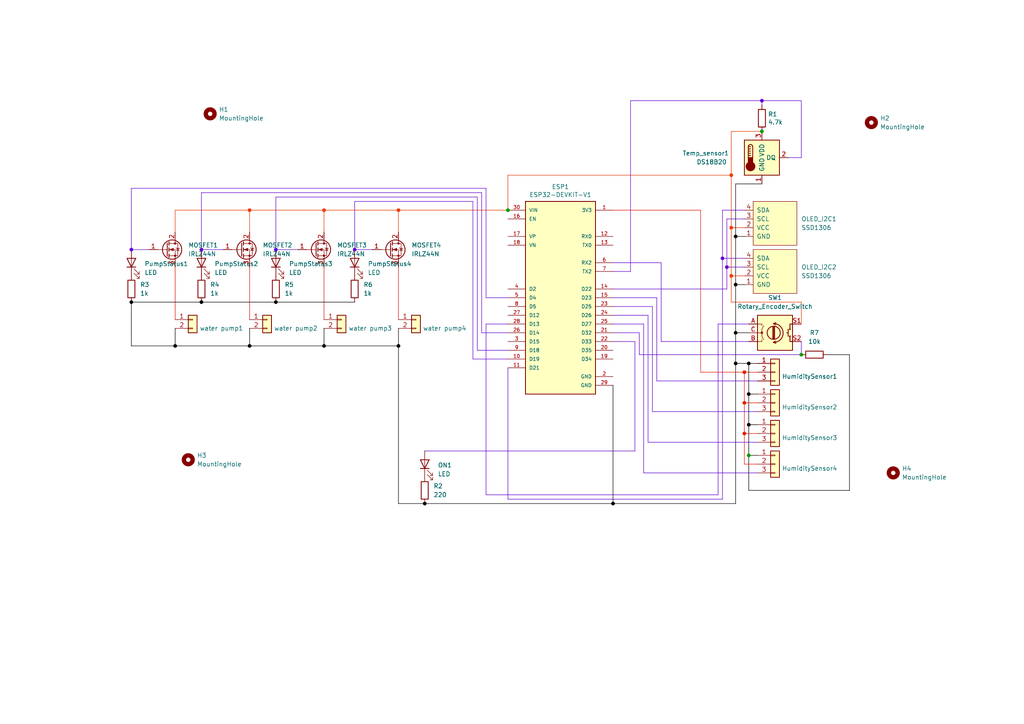
<source format=kicad_sch>
(kicad_sch (version 20250114) (generator "eeschema") (generator_version "9.0")
  (paper "A4")
  (lib_symbols
    (symbol "Connector_Generic:Conn_01x02" (pin_names (offset 1.016) (hide yes))
      (property "Reference" "J" (at 0 2.54 0))
      (property "Value" "Conn_01x02" (at 0 -5.08 0))
      (symbol "Conn_01x02_1_1"
        (rectangle (start -1.27 1.27) (end 1.27 -3.81) (stroke (width 0.254)) (fill (type background)))
        (rectangle (start -1.27 0.127) (end 0 -0.127) (stroke (width 0.1524)))
        (rectangle (start -1.27 -2.413) (end 0 -2.667) (stroke (width 0.1524)))
        (pin passive line (at -5.08 0 0) (length 3.81) (name "Pin_1") (number "1"))
        (pin passive line (at -5.08 -2.54 0) (length 3.81) (name "Pin_2") (number "2"))
      )
    )
    (symbol "Connector_Generic:Conn_01x03" (pin_names (offset 1.016) (hide yes))
      (property "Reference" "J" (at 0 5.08 0))
      (property "Value" "Conn_01x03" (at 0 -5.08 0))
      (symbol "Conn_01x03_1_1"
        (rectangle (start -1.27 3.81) (end 1.27 -3.81) (stroke (width 0.254)) (fill (type background)))
        (rectangle (start -1.27 2.667) (end 0 2.413) (stroke (width 0.1524)))
        (rectangle (start -1.27 0.127) (end 0 -0.127) (stroke (width 0.1524)))
        (rectangle (start -1.27 -2.413) (end 0 -2.667) (stroke (width 0.1524)))
        (pin passive line (at -5.08 2.54 0) (length 3.81) (name "Pin_1") (number "1"))
        (pin passive line (at -5.08 0 0) (length 3.81) (name "Pin_2") (number "2"))
        (pin passive line (at -5.08 -2.54 0) (length 3.81) (name "Pin_3") (number "3"))
      )
    )
    (symbol "Device:LED" (pin_numbers (hide yes)) (pin_names (offset 1.016) (hide yes))
      (property "Reference" "D" (at 0 2.54 0))
      (property "Value" "LED" (at 0 -2.54 0))
      (symbol "LED_0_1"
        (polyline (pts (xy -3.048 -0.762) (xy -4.572 -2.286) (xy -3.81 -2.286) (xy -4.572 -2.286) (xy -4.572 -1.524)))
        (polyline (pts (xy -1.778 -0.762) (xy -3.302 -2.286) (xy -2.54 -2.286) (xy -3.302 -2.286) (xy -3.302 -1.524)))
        (polyline (pts (xy -1.27 0) (xy 1.27 0)))
        (polyline (pts (xy -1.27 -1.27) (xy -1.27 1.27)) (stroke (width 0.254)))
        (polyline (pts (xy 1.27 -1.27) (xy 1.27 1.27) (xy -1.27 0) (xy 1.27 -1.27)) (stroke (width 0.254)))
      )
      (symbol "LED_1_1"
        (pin passive line (at -3.81 0 0) (length 2.54) (name "K") (number "1"))
        (pin passive line (at 3.81 0 180) (length 2.54) (name "A") (number "2"))
      )
    )
    (symbol "Device:R" (pin_numbers (hide yes)) (pin_names (offset 0))
      (property "Reference" "R" (at 2.032 0 90))
      (property "Value" "R" (at 0 0 90))
      (symbol "R_0_1"
        (rectangle (start -1.016 -2.54) (end 1.016 2.54) (stroke (width 0.254)))
      )
      (symbol "R_1_1"
        (pin passive line (at 0 3.81 270) (length 1.27) (name "~") (number "1"))
        (pin passive line (at 0 -3.81 90) (length 1.27) (name "~") (number "2"))
      )
    )
    (symbol "MashMachine-rescue:Rotary_Encoder_Switch-Device" (pin_names (offset 0.254) (hide yes))
      (property "Reference" "SW" (at 0 6.604 0))
      (property "Value" "Device_Rotary_Encoder_Switch" (at 0 -6.604 0))
      (symbol "Rotary_Encoder_Switch-Device_0_1"
        (rectangle (start -5.08 5.08) (end 5.08 -5.08) (stroke (width 0.254)) (fill (type background)))
        (polyline (pts (xy -5.08 2.54) (xy -3.81 2.54) (xy -3.81 2.032)))
        (polyline (pts (xy -5.08 0) (xy -3.81 0) (xy -3.81 -1.016) (xy -3.302 -2.032)))
        (polyline (pts (xy -5.08 -2.54) (xy -3.81 -2.54) (xy -3.81 -2.032)))
        (polyline (pts (xy -4.318 0) (xy -3.81 0) (xy -3.81 1.016) (xy -3.302 2.032)))
        (circle (center -3.81 0) (radius 0.254) (fill (type outline)))
        (polyline (pts (xy -0.635 -1.778) (xy -0.635 1.778)) (stroke (width 0.254)))
        (arc (start -0.381 2.667) (mid 2.3368 -0.0508) (end -0.381 -2.794) (stroke (width 0.254)))
        (circle (center -0.381 0) (radius 1.905) (stroke (width 0.254)))
        (polyline (pts (xy -0.381 -1.778) (xy -0.381 1.778)) (stroke (width 0.254)))
        (polyline (pts (xy -0.127 1.778) (xy -0.127 -1.778)) (stroke (width 0.254)))
        (polyline (pts (xy 0.254 2.921) (xy -0.508 2.667) (xy 0.127 2.286)) (stroke (width 0.254)))
        (polyline (pts (xy 0.254 -3.048) (xy -0.508 -2.794) (xy 0.127 -2.413)) (stroke (width 0.254)))
        (polyline (pts (xy 3.81 1.016) (xy 3.81 -1.016)) (stroke (width 0.254)))
        (polyline (pts (xy 3.81 0) (xy 3.429 0)) (stroke (width 0.254)))
        (circle (center 4.318 1.016) (radius 0.127) (stroke (width 0.254)))
        (circle (center 4.318 -1.016) (radius 0.127) (stroke (width 0.254)))
        (polyline (pts (xy 5.08 2.54) (xy 4.318 2.54) (xy 4.318 1.016)) (stroke (width 0.254)))
        (polyline (pts (xy 5.08 -2.54) (xy 4.318 -2.54) (xy 4.318 -1.016)) (stroke (width 0.254)))
      )
      (symbol "Rotary_Encoder_Switch-Device_1_1"
        (pin passive line (at -7.62 2.54 0) (length 2.54) (name "A") (number "A"))
        (pin passive line (at -7.62 0 0) (length 2.54) (name "C") (number "C"))
        (pin passive line (at -7.62 -2.54 0) (length 2.54) (name "B") (number "B"))
        (pin passive line (at 7.62 2.54 180) (length 2.54) (name "S1") (number "S1"))
        (pin passive line (at 7.62 -2.54 180) (length 2.54) (name "S2") (number "S2"))
      )
    )
    (symbol "Mechanical:MountingHole" (pin_names (offset 1.016)) (exclude_from_sim yes) (in_bom no)
      (property "Reference" "H" (at 0 5.08 0))
      (property "Value" "MountingHole" (at 0 3.175 0))
      (symbol "MountingHole_0_1"
        (circle (center 0 0) (radius 1.27) (stroke (width 1.27)))
      )
    )
    (symbol "Transistor_FET:IRLZ44N" (pin_names (hide yes))
      (property "Reference" "Q" (at 5.08 1.905 0))
      (property "Value" "IRLZ44N" (at 5.08 0 0))
      (symbol "IRLZ44N_0_1"
        (polyline (pts (xy 0.254 1.905) (xy 0.254 -1.905)) (stroke (width 0.254)))
        (polyline (pts (xy 0.254 0) (xy -2.54 0)))
        (polyline (pts (xy 0.762 2.286) (xy 0.762 1.27)) (stroke (width 0.254)))
        (polyline (pts (xy 0.762 0.508) (xy 0.762 -0.508)) (stroke (width 0.254)))
        (polyline (pts (xy 0.762 -1.27) (xy 0.762 -2.286)) (stroke (width 0.254)))
        (polyline (pts (xy 0.762 -1.778) (xy 3.302 -1.778) (xy 3.302 1.778) (xy 0.762 1.778)))
        (polyline (pts (xy 1.016 0) (xy 2.032 0.381) (xy 2.032 -0.381) (xy 1.016 0)) (fill (type outline)))
        (circle (center 1.651 0) (radius 2.794) (stroke (width 0.254)))
        (polyline (pts (xy 2.54 2.54) (xy 2.54 1.778)))
        (circle (center 2.54 1.778) (radius 0.254) (fill (type outline)))
        (circle (center 2.54 -1.778) (radius 0.254) (fill (type outline)))
        (polyline (pts (xy 2.54 -2.54) (xy 2.54 0) (xy 0.762 0)))
        (polyline (pts (xy 2.794 0.508) (xy 2.921 0.381) (xy 3.683 0.381) (xy 3.81 0.254)))
        (polyline (pts (xy 3.302 0.381) (xy 2.921 -0.254) (xy 3.683 -0.254) (xy 3.302 0.381)))
      )
      (symbol "IRLZ44N_1_1"
        (pin input line (at -5.08 0 0) (length 2.54) (name "G") (number "1"))
        (pin passive line (at 2.54 5.08 270) (length 2.54) (name "D") (number "2"))
        (pin passive line (at 2.54 -5.08 90) (length 2.54) (name "S") (number "3"))
      )
    )
    (symbol "plant_watner_V2.0-rescue:DS18B20-Sensor_Temperature" (pin_names (offset 1.016))
      (property "Reference" "U" (at -3.81 6.35 0))
      (property "Value" "Sensor_Temperature_DS18B20" (at 6.35 6.35 0))
      (symbol "DS18B20-Sensor_Temperature_0_1"
        (rectangle (start -5.08 5.08) (end 5.08 -5.08) (stroke (width 0.254)) (fill (type background)))
        (polyline (pts (xy -3.937 3.175) (xy -3.937 0)) (stroke (width 0.254)))
        (polyline (pts (xy -3.937 3.175) (xy -3.302 3.175)) (stroke (width 0.254)))
        (polyline (pts (xy -3.937 2.54) (xy -3.302 2.54)) (stroke (width 0.254)))
        (polyline (pts (xy -3.937 1.905) (xy -3.302 1.905)) (stroke (width 0.254)))
        (polyline (pts (xy -3.937 1.27) (xy -3.302 1.27)) (stroke (width 0.254)))
        (polyline (pts (xy -3.937 0.635) (xy -3.302 0.635)) (stroke (width 0.254)))
        (arc (start -3.937 3.175) (mid -3.302 3.81) (end -2.667 3.175) (stroke (width 0.254)))
        (circle (center -3.302 -2.54) (radius 1.27) (stroke (width 0.254)) (fill (type outline)))
        (polyline (pts (xy -2.667 3.175) (xy -2.667 0)) (stroke (width 0.254)))
        (rectangle (start -2.667 -1.905) (end -3.937 0) (stroke (width 0.254)) (fill (type outline)))
      )
      (symbol "DS18B20-Sensor_Temperature_1_1"
        (pin power_in line (at 0 7.62 270) (length 2.54) (name "VDD") (number "3"))
        (pin power_in line (at 0 -7.62 90) (length 2.54) (name "GND") (number "1"))
        (pin bidirectional line (at 7.62 0 180) (length 2.54) (name "DQ") (number "2"))
      )
    )
    (symbol "plant_watner_V2.0-rescue:ESP32-DEVKIT-V1-ESP32-DEVKIT-V1" (pin_names (offset 1.016))
      (property "Reference" "ESP1" (at 0 32.1818 0))
      (property "Value" "ESP32-DEVKIT-V1" (at 0 29.8704 0))
      (symbol "ESP32-DEVKIT-V1-ESP32-DEVKIT-V1_0_0"
        (rectangle (start -10.16 -27.94) (end 10.16 27.94) (stroke (width 0.254)) (fill (type background)))
        (pin input line (at -15.24 25.4 0) (length 5.08) (name "VIN") (number "30"))
        (pin input line (at -15.24 22.86 0) (length 5.08) (name "EN") (number "16"))
        (pin bidirectional line (at -15.24 17.78 0) (length 5.08) (name "VP") (number "17"))
        (pin bidirectional line (at -15.24 15.24 0) (length 5.08) (name "VN") (number "18"))
        (pin bidirectional line (at -15.24 2.54 0) (length 5.08) (name "D2") (number "4"))
        (pin bidirectional line (at -15.24 0 0) (length 5.08) (name "D4") (number "5"))
        (pin bidirectional line (at -15.24 -2.54 0) (length 5.08) (name "D5") (number "8"))
        (pin bidirectional line (at -15.24 -5.08 0) (length 5.08) (name "D12") (number "27"))
        (pin bidirectional line (at -15.24 -7.62 0) (length 5.08) (name "D13") (number "28"))
        (pin bidirectional line (at -15.24 -10.16 0) (length 5.08) (name "D14") (number "26"))
        (pin bidirectional line (at -15.24 -12.7 0) (length 5.08) (name "D15") (number "3"))
        (pin bidirectional line (at -15.24 -15.24 0) (length 5.08) (name "D18") (number "9"))
        (pin bidirectional line (at -15.24 -17.78 0) (length 5.08) (name "D19") (number "10"))
        (pin bidirectional line (at -15.24 -20.32 0) (length 5.08) (name "D21") (number "11"))
        (pin output line (at 15.24 25.4 180) (length 5.08) (name "3V3") (number "1"))
        (pin input line (at 15.24 17.78 180) (length 5.08) (name "RX0") (number "12"))
        (pin output line (at 15.24 15.24 180) (length 5.08) (name "TX0") (number "13"))
        (pin input line (at 15.24 10.16 180) (length 5.08) (name "RX2") (number "6"))
        (pin output line (at 15.24 7.62 180) (length 5.08) (name "TX2") (number "7"))
        (pin bidirectional line (at 15.24 2.54 180) (length 5.08) (name "D22") (number "14"))
        (pin bidirectional line (at 15.24 0 180) (length 5.08) (name "D23") (number "15"))
        (pin bidirectional line (at 15.24 -2.54 180) (length 5.08) (name "D25") (number "23"))
        (pin bidirectional line (at 15.24 -5.08 180) (length 5.08) (name "D26") (number "24"))
        (pin bidirectional line (at 15.24 -7.62 180) (length 5.08) (name "D27") (number "25"))
        (pin bidirectional line (at 15.24 -10.16 180) (length 5.08) (name "D32") (number "21"))
        (pin bidirectional line (at 15.24 -12.7 180) (length 5.08) (name "D33") (number "22"))
        (pin bidirectional line (at 15.24 -15.24 180) (length 5.08) (name "D35") (number "20"))
        (pin bidirectional line (at 15.24 -17.78 180) (length 5.08) (name "D34") (number "19"))
        (pin power_in line (at 15.24 -22.86 180) (length 5.08) (name "GND") (number "2"))
        (pin power_in line (at 15.24 -25.4 180) (length 5.08) (name "GND") (number "29"))
      )
    )
    (symbol "plant_watner_V2.0-rescue:SSD1306-SSD1306-128x64_OLED" (pin_names (offset 1.016))
      (property "Reference" "Brd" (at 0 -3.81 0))
      (property "Value" "SSD1306-128x64_OLED_SSD1306" (at 0 -1.27 0))
      (symbol "SSD1306-SSD1306-128x64_OLED_0_1"
        (rectangle (start -6.35 6.35) (end 6.35 -6.35) (fill (type background)))
      )
      (symbol "SSD1306-SSD1306-128x64_OLED_1_1"
        (pin input line (at -3.81 8.89 270) (length 2.54) (name "GND") (number "1"))
        (pin input line (at -1.27 8.89 270) (length 2.54) (name "VCC") (number "2"))
        (pin input line (at 1.27 8.89 270) (length 2.54) (name "SCL") (number "3"))
        (pin input line (at 3.81 8.89 270) (length 2.54) (name "SDA") (number "4"))
      )
    )
  )
  (junction (at 213.36 96.52) (color 0 0 0 1))
  (junction (at 212.09 80.01) (color 228 53 3 1))
  (junction (at 220.98 38.1))
  (junction (at 210.82 77.47) (color 93 0 205 1))
  (junction (at 215.9 125.73) (color 228 20 0 1))
  (junction (at 212.09 66.04) (color 228 53 3 1))
  (junction (at 213.36 82.55) (color 0 0 0 1))
  (junction (at 72.39 60.96) (color 228 53 3 1))
  (junction (at 93.98 100.33) (color 0 0 0 1))
  (junction (at 80.01 72.39) (color 93 0 205 1))
  (junction (at 115.57 60.96) (color 228 53 3 1))
  (junction (at 177.8 146.05) (color 0 0 0 1))
  (junction (at 232.41 102.87))
  (junction (at 58.42 87.63) (color 0 0 0 1))
  (junction (at 58.42 72.39) (color 93 0 205 1))
  (junction (at 38.1 72.39) (color 93 0 205 1))
  (junction (at 123.19 146.05) (color 0 0 0 1))
  (junction (at 80.01 87.63) (color 0 0 0 1))
  (junction (at 212.09 50.8) (color 228 53 3 1))
  (junction (at 102.87 72.39) (color 93 0 205 1))
  (junction (at 217.17 114.3) (color 0 0 0 1))
  (junction (at 215.9 107.95) (color 228 20 0 1))
  (junction (at 220.98 29.21) (color 93 0 205 1))
  (junction (at 213.36 68.58) (color 0 0 0 1))
  (junction (at 147.32 60.96))
  (junction (at 115.57 100.33) (color 0 0 0 1))
  (junction (at 50.8 100.33) (color 0 0 0 1))
  (junction (at 215.9 116.84) (color 228 20 0 1))
  (junction (at 217.17 105.41) (color 0 0 0 1))
  (junction (at 93.98 60.96) (color 228 53 3 1))
  (junction (at 217.17 123.19) (color 0 0 0 1))
  (junction (at 72.39 100.33) (color 0 0 0 1))
  (junction (at 217.17 132.08))
  (junction (at 213.36 105.41) (color 0 0 0 1))
  (junction (at 209.55 74.93) (color 93 0 205 1))
  (junction (at 38.1 87.63) (color 0 0 0 1))
  (wire (pts (xy 213.36 105.41) (xy 213.36 96.52)) (stroke (width 0) (color 0 0 0 1)))
  (wire (pts (xy 232.41 99.06) (xy 232.41 102.87)) (stroke (width 0) (color 95 0 199 1)))
  (wire (pts (xy 58.42 72.39) (xy 64.77 72.39)) (stroke (width 0) (color 93 0 205 1)))
  (wire (pts (xy 38.1 87.63) (xy 58.42 87.63)) (stroke (width 0) (color 0 0 0 1)))
  (wire (pts (xy 93.98 77.47) (xy 93.98 92.71)) (stroke (width 0) (color 208 17 0 1)))
  (wire (pts (xy 190.5 86.36) (xy 190.5 110.49)) (stroke (width 0) (color 93 0 205 1)))
  (wire (pts (xy 217.17 132.08) (xy 219.71 132.08)) (stroke (width 0) (color 0 0 0 1)))
  (wire (pts (xy 220.98 53.34) (xy 213.36 53.34)) (stroke (width 0) (color 0 0 0 1)))
  (wire (pts (xy 217.17 132.08) (xy 217.17 142.24)) (stroke (width 0) (color 0 0 0 1)))
  (wire (pts (xy 217.17 105.41) (xy 217.17 114.3)) (stroke (width 0) (color 0 0 0 1)))
  (wire (pts (xy 209.55 144.78) (xy 209.55 74.93)) (stroke (width 0) (color 93 0 205 1)))
  (wire (pts (xy 147.32 50.8) (xy 147.32 60.96)) (stroke (width 0) (color 228 53 3 1)))
  (wire (pts (xy 80.01 72.39) (xy 80.01 57.15)) (stroke (width 0) (color 93 0 205 1)))
  (wire (pts (xy 213.36 68.58) (xy 215.9 68.58)) (stroke (width 0) (color 0 0 0 1)))
  (wire (pts (xy 203.2 107.95) (xy 215.9 107.95)) (stroke (width 0) (color 228 20 0 1)))
  (wire (pts (xy 72.39 77.47) (xy 72.39 92.71)) (stroke (width 0) (color 208 17 0 1)))
  (wire (pts (xy 102.87 58.42) (xy 137.16 58.42)) (stroke (width 0) (color 93 0 205 1)))
  (wire (pts (xy 220.98 29.21) (xy 182.88 29.21)) (stroke (width 0) (color 93 0 205 1)))
  (wire (pts (xy 217.17 142.24) (xy 246.38 142.24)) (stroke (width 0) (color 0 0 0 1)))
  (wire (pts (xy 50.8 100.33) (xy 38.1 100.33)) (stroke (width 0) (color 0 0 0 1)))
  (wire (pts (xy 147.32 144.78) (xy 209.55 144.78)) (stroke (width 0) (color 93 0 205 1)))
  (wire (pts (xy 177.8 83.82) (xy 210.82 83.82)) (stroke (width 0) (color 93 0 205 1)))
  (wire (pts (xy 208.28 143.51) (xy 140.97 143.51)) (stroke (width 0) (color 93 0 205 1)))
  (wire (pts (xy 215.9 116.84) (xy 219.71 116.84)) (stroke (width 0) (color 228 20 0 1)))
  (wire (pts (xy 189.23 119.38) (xy 219.71 119.38)) (stroke (width 0) (color 93 0 205 1)))
  (wire (pts (xy 217.17 114.3) (xy 219.71 114.3)) (stroke (width 0) (color 0 0 0 1)))
  (wire (pts (xy 215.9 125.73) (xy 215.9 134.62)) (stroke (width 0) (color 228 20 0 1)))
  (wire (pts (xy 93.98 60.96) (xy 115.57 60.96)) (stroke (width 0) (color 228 53 3 1)))
  (wire (pts (xy 210.82 83.82) (xy 210.82 77.47)) (stroke (width 0) (color 93 0 205 1)))
  (wire (pts (xy 140.97 54.61) (xy 140.97 86.36)) (stroke (width 0) (color 93 0 205 1)))
  (wire (pts (xy 213.36 105.41) (xy 217.17 105.41)) (stroke (width 0) (color 0 0 0 1)))
  (wire (pts (xy 177.8 86.36) (xy 190.5 86.36)) (stroke (width 0) (color 93 0 205 1)))
  (wire (pts (xy 217.17 114.3) (xy 217.17 123.19)) (stroke (width 0) (color 0 0 0 1)))
  (wire (pts (xy 232.41 93.98) (xy 232.41 87.63)) (stroke (width 0) (color 228 53 3 1)))
  (wire (pts (xy 140.97 93.98) (xy 147.32 93.98)) (stroke (width 0) (color 93 0 205 1)))
  (wire (pts (xy 209.55 74.93) (xy 215.9 74.93)) (stroke (width 0) (color 93 0 205 1)))
  (wire (pts (xy 50.8 77.47) (xy 50.8 92.71)) (stroke (width 0) (color 208 17 0 1)))
  (wire (pts (xy 215.9 134.62) (xy 219.71 134.62)) (stroke (width 0) (color 228 20 0 1)))
  (wire (pts (xy 184.15 99.06) (xy 184.15 130.81)) (stroke (width 0) (color 95 0 199 1)))
  (wire (pts (xy 190.5 110.49) (xy 219.71 110.49)) (stroke (width 0) (color 93 0 205 1)))
  (wire (pts (xy 72.39 100.33) (xy 93.98 100.33)) (stroke (width 0) (color 0 0 0 1)))
  (wire (pts (xy 137.16 58.42) (xy 137.16 104.14)) (stroke (width 0) (color 93 0 205 1)))
  (wire (pts (xy 228.6 45.72) (xy 232.41 45.72)) (stroke (width 0) (color 93 0 205 1)))
  (wire (pts (xy 177.8 78.74) (xy 182.88 78.74)) (stroke (width 0) (color 93 0 205 1)))
  (wire (pts (xy 212.09 66.04) (xy 212.09 80.01)) (stroke (width 0) (color 228 53 3 1)))
  (wire (pts (xy 240.03 102.87) (xy 246.38 102.87)) (stroke (width 0) (color 0 0 0 1)))
  (wire (pts (xy 50.8 60.96) (xy 50.8 67.31)) (stroke (width 0) (color 228 53 3 1)))
  (wire (pts (xy 213.36 96.52) (xy 217.17 96.52)) (stroke (width 0) (color 0 0 0 1)))
  (wire (pts (xy 189.23 119.38) (xy 189.23 88.9)) (stroke (width 0) (color 93 0 205 1)))
  (wire (pts (xy 215.9 125.73) (xy 219.71 125.73)) (stroke (width 0) (color 228 20 0 1)))
  (wire (pts (xy 209.55 60.96) (xy 209.55 74.93)) (stroke (width 0) (color 93 0 205 1)))
  (wire (pts (xy 58.42 72.39) (xy 58.42 55.88)) (stroke (width 0) (color 93 0 205 1)))
  (wire (pts (xy 215.9 60.96) (xy 209.55 60.96)) (stroke (width 0) (color 93 0 205 1)))
  (wire (pts (xy 102.87 72.39) (xy 102.87 58.42)) (stroke (width 0) (color 93 0 205 1)))
  (wire (pts (xy 177.8 111.76) (xy 177.8 146.05)) (stroke (width 0) (color 0 0 0 1)))
  (wire (pts (xy 140.97 86.36) (xy 147.32 86.36)) (stroke (width 0) (color 93 0 205 1)))
  (wire (pts (xy 50.8 95.25) (xy 50.8 100.33)) (stroke (width 0) (color 0 0 0 1)))
  (wire (pts (xy 72.39 60.96) (xy 50.8 60.96)) (stroke (width 0) (color 228 53 3 1)))
  (wire (pts (xy 184.15 130.81) (xy 123.19 130.81)) (stroke (width 0) (color 95 0 199 1)))
  (wire (pts (xy 182.88 29.21) (xy 182.88 78.74)) (stroke (width 0) (color 93 0 205 1)))
  (wire (pts (xy 189.23 88.9) (xy 177.8 88.9)) (stroke (width 0) (color 93 0 205 1)))
  (wire (pts (xy 212.09 38.1) (xy 212.09 50.8)) (stroke (width 0) (color 228 53 3 1)))
  (wire (pts (xy 185.42 96.52) (xy 177.8 96.52)) (stroke (width 0) (color 95 0 199 1)))
  (wire (pts (xy 215.9 77.47) (xy 210.82 77.47)) (stroke (width 0) (color 93 0 205 1)))
  (wire (pts (xy 38.1 72.39) (xy 43.18 72.39)) (stroke (width 0) (color 93 0 205 1)))
  (wire (pts (xy 212.09 80.01) (xy 212.09 87.63)) (stroke (width 0) (color 228 53 3 1)))
  (wire (pts (xy 213.36 96.52) (xy 213.36 82.55)) (stroke (width 0) (color 0 0 0 1)))
  (wire (pts (xy 210.82 63.5) (xy 215.9 63.5)) (stroke (width 0) (color 93 0 205 1)))
  (wire (pts (xy 58.42 55.88) (xy 139.7 55.88)) (stroke (width 0) (color 93 0 205 1)))
  (wire (pts (xy 102.87 72.39) (xy 107.95 72.39)) (stroke (width 0) (color 93 0 205 1)))
  (wire (pts (xy 147.32 106.68) (xy 147.32 144.78)) (stroke (width 0) (color 93 0 205 1)))
  (wire (pts (xy 219.71 105.41) (xy 217.17 105.41)) (stroke (width 0) (color 0 0 0 1)))
  (wire (pts (xy 217.17 123.19) (xy 219.71 123.19)) (stroke (width 0) (color 0 0 0 1)))
  (wire (pts (xy 93.98 60.96) (xy 93.98 67.31)) (stroke (width 0) (color 228 53 3 1)))
  (wire (pts (xy 138.43 57.15) (xy 138.43 101.6)) (stroke (width 0) (color 93 0 205 1)))
  (wire (pts (xy 177.8 146.05) (xy 123.19 146.05)) (stroke (width 0) (color 0 0 0 1)))
  (wire (pts (xy 72.39 60.96) (xy 72.39 67.31)) (stroke (width 0) (color 228 53 3 1)))
  (wire (pts (xy 203.2 60.96) (xy 203.2 107.95)) (stroke (width 0) (color 228 20 0 1)))
  (wire (pts (xy 217.17 123.19) (xy 217.17 132.08)) (stroke (width 0) (color 0 0 0 1)))
  (wire (pts (xy 115.57 77.47) (xy 115.57 92.71)) (stroke (width 0) (color 208 17 0 1)))
  (wire (pts (xy 191.77 99.06) (xy 191.77 76.2)) (stroke (width 0) (color 93 0 205 1)))
  (wire (pts (xy 246.38 142.24) (xy 246.38 102.87)) (stroke (width 0) (color 0 0 0 1)))
  (wire (pts (xy 38.1 72.39) (xy 38.1 54.61)) (stroke (width 0) (color 93 0 205 1)))
  (wire (pts (xy 93.98 100.33) (xy 93.98 95.25)) (stroke (width 0) (color 0 0 0 1)))
  (wire (pts (xy 213.36 53.34) (xy 213.36 68.58)) (stroke (width 0) (color 0 0 0 1)))
  (wire (pts (xy 232.41 87.63) (xy 212.09 87.63)) (stroke (width 0) (color 228 53 3 1)))
  (wire (pts (xy 50.8 100.33) (xy 72.39 100.33)) (stroke (width 0) (color 0 0 0 1)))
  (wire (pts (xy 177.8 99.06) (xy 184.15 99.06)) (stroke (width 0) (color 95 0 199 1)))
  (wire (pts (xy 208.28 93.98) (xy 208.28 143.51)) (stroke (width 0) (color 93 0 205 1)))
  (wire (pts (xy 138.43 101.6) (xy 147.32 101.6)) (stroke (width 0) (color 93 0 205 1)))
  (wire (pts (xy 185.42 102.87) (xy 185.42 96.52)) (stroke (width 0) (color 95 0 199 1)))
  (wire (pts (xy 115.57 60.96) (xy 115.57 67.31)) (stroke (width 0) (color 228 53 3 1)))
  (wire (pts (xy 215.9 107.95) (xy 215.9 116.84)) (stroke (width 0) (color 228 20 0 1)))
  (wire (pts (xy 123.19 146.05) (xy 115.57 146.05)) (stroke (width 0) (color 0 0 0 1)))
  (wire (pts (xy 115.57 146.05) (xy 115.57 100.33)) (stroke (width 0) (color 0 0 0 1)))
  (wire (pts (xy 213.36 146.05) (xy 213.36 105.41)) (stroke (width 0) (color 0 0 0 1)))
  (wire (pts (xy 215.9 116.84) (xy 215.9 125.73)) (stroke (width 0) (color 228 20 0 1)))
  (wire (pts (xy 217.17 93.98) (xy 208.28 93.98)) (stroke (width 0) (color 93 0 205 1)))
  (wire (pts (xy 213.36 82.55) (xy 213.36 68.58)) (stroke (width 0) (color 0 0 0 1)))
  (wire (pts (xy 212.09 66.04) (xy 212.09 50.8)) (stroke (width 0) (color 228 53 3 1)))
  (wire (pts (xy 215.9 82.55) (xy 213.36 82.55)) (stroke (width 0) (color 0 0 0 1)))
  (wire (pts (xy 80.01 57.15) (xy 138.43 57.15)) (stroke (width 0) (color 93 0 205 1)))
  (wire (pts (xy 38.1 54.61) (xy 140.97 54.61)) (stroke (width 0) (color 93 0 205 1)))
  (wire (pts (xy 186.69 137.16) (xy 186.69 93.98)) (stroke (width 0) (color 93 0 205 1)))
  (wire (pts (xy 177.8 146.05) (xy 213.36 146.05)) (stroke (width 0) (color 0 0 0 1)))
  (wire (pts (xy 93.98 100.33) (xy 115.57 100.33)) (stroke (width 0) (color 0 0 0 1)))
  (wire (pts (xy 177.8 91.44) (xy 187.96 91.44)) (stroke (width 0) (color 93 0 205 1)))
  (wire (pts (xy 232.41 45.72) (xy 232.41 29.21)) (stroke (width 0) (color 93 0 205 1)))
  (wire (pts (xy 93.98 60.96) (xy 72.39 60.96)) (stroke (width 0) (color 228 53 3 1)))
  (wire (pts (xy 187.96 128.27) (xy 219.71 128.27)) (stroke (width 0) (color 93 0 205 1)))
  (wire (pts (xy 215.9 66.04) (xy 212.09 66.04)) (stroke (width 0) (color 228 53 3 1)))
  (wire (pts (xy 140.97 143.51) (xy 140.97 93.98)) (stroke (width 0) (color 93 0 205 1)))
  (wire (pts (xy 191.77 76.2) (xy 177.8 76.2)) (stroke (width 0) (color 93 0 205 1)))
  (wire (pts (xy 139.7 55.88) (xy 139.7 96.52)) (stroke (width 0) (color 93 0 205 1)))
  (wire (pts (xy 115.57 60.96) (xy 147.32 60.96)) (stroke (width 0) (color 228 53 3 1)))
  (wire (pts (xy 186.69 93.98) (xy 177.8 93.98)) (stroke (width 0) (color 93 0 205 1)))
  (wire (pts (xy 187.96 91.44) (xy 187.96 128.27)) (stroke (width 0) (color 93 0 205 1)))
  (wire (pts (xy 115.57 100.33) (xy 115.57 95.25)) (stroke (width 0) (color 0 0 0 1)))
  (wire (pts (xy 58.42 87.63) (xy 80.01 87.63)) (stroke (width 0) (color 0 0 0 1)))
  (wire (pts (xy 232.41 102.87) (xy 185.42 102.87)) (stroke (width 0) (color 95 0 199 1)))
  (wire (pts (xy 80.01 72.39) (xy 86.36 72.39)) (stroke (width 0) (color 93 0 205 1)))
  (wire (pts (xy 72.39 100.33) (xy 72.39 95.25)) (stroke (width 0) (color 0 0 0 1)))
  (wire (pts (xy 220.98 38.1) (xy 212.09 38.1)) (stroke (width 0) (color 228 53 3 1)))
  (wire (pts (xy 217.17 99.06) (xy 191.77 99.06)) (stroke (width 0) (color 93 0 205 1)))
  (wire (pts (xy 232.41 29.21) (xy 220.98 29.21)) (stroke (width 0) (color 93 0 205 1)))
  (wire (pts (xy 212.09 80.01) (xy 215.9 80.01)) (stroke (width 0) (color 228 53 3 1)))
  (wire (pts (xy 80.01 87.63) (xy 102.87 87.63)) (stroke (width 0) (color 0 0 0 1)))
  (wire (pts (xy 147.32 50.8) (xy 212.09 50.8)) (stroke (width 0) (color 228 53 3 1)))
  (wire (pts (xy 139.7 96.52) (xy 147.32 96.52)) (stroke (width 0) (color 93 0 205 1)))
  (wire (pts (xy 137.16 104.14) (xy 147.32 104.14)) (stroke (width 0) (color 93 0 205 1)))
  (wire (pts (xy 210.82 77.47) (xy 210.82 63.5)) (stroke (width 0) (color 93 0 205 1)))
  (wire (pts (xy 38.1 100.33) (xy 38.1 87.63)) (stroke (width 0) (color 0 0 0 1)))
  (wire (pts (xy 220.98 29.21) (xy 220.98 30.48)) (stroke (width 0) (color 93 0 205 1)))
  (wire (pts (xy 186.69 137.16) (xy 219.71 137.16)) (stroke (width 0) (color 93 0 205 1)))
  (wire (pts (xy 219.71 107.95) (xy 215.9 107.95)) (stroke (width 0) (color 228 20 0 1)))
  (wire (pts (xy 177.8 60.96) (xy 203.2 60.96)) (stroke (width 0) (color 228 20 0 1)))
  (symbol (lib_id "Transistor_FET:IRLZ44N") (at 48.26 72.39 0) (unit 1)
    (property "Reference" "MOSFET1" (at 54.61 71.1199 0) (effects (justify left)))
    (property "Value" "IRLZ44N" (at 54.61 73.6599 0) (effects (justify left)))
    (property "Footprint" "Package_TO_SOT_THT:TO-220-3_Vertical" (effects (hide yes)))
    (property "Datasheet" "http://www.irf.com/product-info/datasheets/data/irlz44n.pdf" (effects (hide yes)))
  )
  (symbol (lib_id "plant_watner_V2.0-rescue:DS18B20-Sensor_Temperature") (at 220.98 45.72 0) (unit 1)
    (property "Reference" "Temp_sensor1" (at 211.455 44.45 0) (effects (justify right)))
    (property "Value" "DS18B20" (at 210.82 46.99 0) (effects (justify right)))
    (property "Footprint" "Package_TO_SOT_THT:TO-92L_Inline" (effects (hide yes)))
    (property "Datasheet" "http://datasheets.maximintegrated.com/en/ds/DS18B20.pdf" (effects (hide yes)))
  )
  (symbol (lib_id "Device:LED") (at 123.19 134.62 90) (unit 1)
    (property "Reference" "ON1" (at 127 134.9374 90) (effects (justify right)))
    (property "Value" "LED" (at 127 137.4774 90) (effects (justify right)))
    (property "Footprint" "LED_THT:LED_D3.0mm" (effects (hide yes)))
  )
  (symbol (lib_id "plant_watner_V2.0-rescue:SSD1306-SSD1306-128x64_OLED") (at 224.79 78.74 90) (unit 1)
    (property "Reference" "OLED_I2C2" (at 232.41 77.4699 90) (effects (justify right)))
    (property "Value" "SSD1306" (at 232.41 80.0099 90) (effects (justify right)))
    (property "Footprint" "SSD1306:ssd1306_1.3''" (effects (hide yes)))
  )
  (symbol (lib_id "plant_watner_V2.0-rescue:ESP32-DEVKIT-V1-ESP32-DEVKIT-V1") (at 162.56 86.36 0) (unit 1)
    (property "Reference" "ESP1" (at 162.56 54.1782 0))
    (property "Value" "ESP32-DEVKIT-V1" (at 162.56 56.4896 0))
    (property "Footprint" "ESP32-DEVKIT-V1:MODULE_ESP32_DEVKIT_V1" (effects (hide yes)))
    (property "Description" "\\nDual core, Wi-Fi: 2.4 GHz up to 150 Mbits/s,BLE (Bluetooth Low Energy) and legacy Bluetooth, 32 bits, Up to 240 MHz\\n" (effects (hide yes)))
    (property "MF" "Do it" (effects (hide yes)))
    (property "MAXIMUM_PACKAGE_HEIGHT" "6.8 mm" (effects (hide yes)))
    (property "Package" "None" (effects (hide yes)))
    (property "Price" "None" (effects (hide yes)))
    (property "Check_prices" "https://www.snapeda.com/parts/ESP32-DEVKIT-V1/Do+it/view-part/?ref=eda" (effects (hide yes)))
    (property "STANDARD" "Manufacturer Recommendations" (effects (hide yes)))
    (property "PARTREV" "N/A" (effects (hide yes)))
    (property "SnapEDA_Link" "https://www.snapeda.com/parts/ESP32-DEVKIT-V1/Do+it/view-part/?ref=snap" (effects (hide yes)))
    (property "MP" "ESP32-DEVKIT-V1" (effects (hide yes)))
    (property "Availability" "Not in stock" (effects (hide yes)))
    (property "MANUFACTURER" "DOIT" (effects (hide yes)))
  )
  (symbol (lib_id "Connector_Generic:Conn_01x03") (at 224.79 107.95 0) (unit 1)
    (property "Reference" "J1" (effects (hide yes)))
    (property "Value" "HumiditySensor1" (at 226.7966 109.1946 0) (effects (justify left)))
    (property "Footprint" "Connector_JST:JST_XH_B3B-XH-A_1x03_P2.50mm_Vertical" (effects (hide yes)))
  )
  (symbol (lib_id "Device:R") (at 123.19 142.24 0) (unit 1)
    (property "Reference" "R2" (at 125.73 140.9699 0) (effects (justify left)))
    (property "Value" "220" (at 125.73 143.5099 0) (effects (justify left)))
    (property "Footprint" "Resistor_THT:R_Axial_DIN0207_L6.3mm_D2.5mm_P10.16mm_Horizontal" (effects (hide yes)))
  )
  (symbol (lib_id "Device:LED") (at 38.1 76.2 90) (unit 1)
    (property "Reference" "PumpStatus1" (at 41.91 76.5174 90) (effects (justify right)))
    (property "Value" "LED" (at 41.91 79.0574 90) (effects (justify right)))
    (property "Footprint" "LED_THT:LED_D3.0mm" (effects (hide yes)))
  )
  (symbol (lib_id "Device:R") (at 38.1 83.82 0) (unit 1)
    (property "Reference" "R3" (at 40.64 82.5499 0) (effects (justify left)))
    (property "Value" "1k" (at 40.64 85.0899 0) (effects (justify left)))
    (property "Footprint" "Resistor_THT:R_Axial_DIN0207_L6.3mm_D2.5mm_P10.16mm_Horizontal" (effects (hide yes)))
  )
  (symbol (lib_id "Device:R") (at 220.98 34.29 0) (unit 1)
    (property "Reference" "R1" (at 222.758 33.1216 0) (effects (justify left)))
    (property "Value" "4.7k" (at 222.758 35.433 0) (effects (justify left)))
    (property "Footprint" "Resistor_THT:R_Axial_DIN0207_L6.3mm_D2.5mm_P10.16mm_Horizontal" (effects (hide yes)))
  )
  (symbol (lib_id "Device:LED") (at 102.87 76.2 90) (unit 1)
    (property "Reference" "PumpStatus4" (at 106.68 76.5174 90) (effects (justify right)))
    (property "Value" "LED" (at 106.68 79.0574 90) (effects (justify right)))
    (property "Footprint" "LED_THT:LED_D3.0mm" (effects (hide yes)))
  )
  (symbol (lib_id "Device:R") (at 80.01 83.82 0) (unit 1)
    (property "Reference" "R5" (at 82.55 82.5499 0) (effects (justify left)))
    (property "Value" "1k" (at 82.55 85.0899 0) (effects (justify left)))
    (property "Footprint" "Resistor_THT:R_Axial_DIN0207_L6.3mm_D2.5mm_P10.16mm_Horizontal" (effects (hide yes)))
  )
  (symbol (lib_id "Connector_Generic:Conn_01x02") (at 55.88 92.71 0) (unit 1)
    (property "Reference" "J5" (effects (hide yes)))
    (property "Value" "water pump1" (at 57.912 95.2246 0) (effects (justify left)))
    (property "Footprint" "Connector_JST:JST_XH_B2B-XH-A_1x02_P2.50mm_Vertical" (effects (hide yes)))
  )
  (symbol (lib_id "Mechanical:MountingHole") (at 54.61 133.35 0) (unit 1) (exclude_from_sim yes) (in_bom no)
    (property "Reference" "H3" (at 57.15 132.0799 0) (effects (justify left)))
    (property "Value" "MountingHole" (at 57.15 134.6199 0) (effects (justify left)))
    (property "Footprint" "MountingHole:MountingHole_3.2mm_M3_Pad" (effects (hide yes)))
    (property "Description" "Mounting Hole without connection" (effects (hide yes)))
  )
  (symbol (lib_id "Device:R") (at 58.42 83.82 0) (unit 1)
    (property "Reference" "R4" (at 60.96 82.5499 0) (effects (justify left)))
    (property "Value" "1k" (at 60.96 85.0899 0) (effects (justify left)))
    (property "Footprint" "Resistor_THT:R_Axial_DIN0207_L6.3mm_D2.5mm_P10.16mm_Horizontal" (effects (hide yes)))
  )
  (symbol (lib_id "MashMachine-rescue:Rotary_Encoder_Switch-Device") (at 224.79 96.52 0) (unit 1)
    (property "Reference" "SW1" (at 224.79 86.36 0))
    (property "Value" "Rotary_Encoder_Switch" (at 224.79 88.9 0))
    (property "Footprint" "Rotary_Encoder:RotaryEncoder_Alps_EC11E-Switch_Vertical_H20mm" (effects (hide yes)))
  )
  (symbol (lib_id "Device:R") (at 236.22 102.87 90) (unit 1)
    (property "Reference" "R7" (at 236.22 96.52 90))
    (property "Value" "10k" (at 236.22 99.06 90))
    (property "Footprint" "Resistor_THT:R_Axial_DIN0207_L6.3mm_D2.5mm_P10.16mm_Horizontal" (effects (hide yes)))
  )
  (symbol (lib_id "Device:R") (at 102.87 83.82 0) (unit 1)
    (property "Reference" "R6" (at 105.41 82.5499 0) (effects (justify left)))
    (property "Value" "1k" (at 105.41 85.0899 0) (effects (justify left)))
    (property "Footprint" "Resistor_THT:R_Axial_DIN0207_L6.3mm_D2.5mm_P10.16mm_Horizontal" (effects (hide yes)))
  )
  (symbol (lib_id "Transistor_FET:IRLZ44N") (at 69.85 72.39 0) (unit 1)
    (property "Reference" "MOSFET2" (at 76.2 71.1199 0) (effects (justify left)))
    (property "Value" "IRLZ44N" (at 76.2 73.6599 0) (effects (justify left)))
    (property "Footprint" "Package_TO_SOT_THT:TO-220-3_Vertical" (effects (hide yes)))
    (property "Datasheet" "http://www.irf.com/product-info/datasheets/data/irlz44n.pdf" (effects (hide yes)))
  )
  (symbol (lib_id "Connector_Generic:Conn_01x03") (at 224.79 134.62 0) (unit 1)
    (property "Reference" "J4" (effects (hide yes)))
    (property "Value" "HumiditySensor4" (at 226.7966 135.8646 0) (effects (justify left)))
    (property "Footprint" "Connector_JST:JST_XH_B3B-XH-A_1x03_P2.50mm_Vertical" (effects (hide yes)))
  )
  (symbol (lib_id "Connector_Generic:Conn_01x02") (at 99.06 92.71 0) (unit 1)
    (property "Reference" "J7" (effects (hide yes)))
    (property "Value" "water pump3" (at 101.092 95.2246 0) (effects (justify left)))
    (property "Footprint" "Connector_JST:JST_XH_B2B-XH-A_1x02_P2.50mm_Vertical" (effects (hide yes)))
  )
  (symbol (lib_id "Mechanical:MountingHole") (at 259.08 137.16 0) (unit 1) (exclude_from_sim yes) (in_bom no)
    (property "Reference" "H4" (at 261.62 135.8899 0) (effects (justify left)))
    (property "Value" "MountingHole" (at 261.62 138.4299 0) (effects (justify left)))
    (property "Footprint" "MountingHole:MountingHole_3.2mm_M3_Pad" (effects (hide yes)))
    (property "Description" "Mounting Hole without connection" (effects (hide yes)))
  )
  (symbol (lib_id "Connector_Generic:Conn_01x02") (at 120.65 92.71 0) (unit 1)
    (property "Reference" "J8" (effects (hide yes)))
    (property "Value" "water pump4" (at 122.682 95.2246 0) (effects (justify left)))
    (property "Footprint" "Connector_JST:JST_XH_B2B-XH-A_1x02_P2.50mm_Vertical" (effects (hide yes)))
  )
  (symbol (lib_id "Mechanical:MountingHole") (at 252.73 35.56 0) (unit 1) (exclude_from_sim yes) (in_bom no)
    (property "Reference" "H2" (at 255.27 34.2899 0) (effects (justify left)))
    (property "Value" "MountingHole" (at 255.27 36.8299 0) (effects (justify left)))
    (property "Footprint" "MountingHole:MountingHole_3.2mm_M3_Pad" (effects (hide yes)))
    (property "Description" "Mounting Hole without connection" (effects (hide yes)))
  )
  (symbol (lib_id "Mechanical:MountingHole") (at 60.96 33.02 0) (unit 1) (exclude_from_sim yes) (in_bom no)
    (property "Reference" "H1" (at 63.5 31.7499 0) (effects (justify left)))
    (property "Value" "MountingHole" (at 63.5 34.2899 0) (effects (justify left)))
    (property "Footprint" "MountingHole:MountingHole_3.2mm_M3_Pad" (effects (hide yes)))
    (property "Description" "Mounting Hole without connection" (effects (hide yes)))
  )
  (symbol (lib_id "Connector_Generic:Conn_01x03") (at 224.79 125.73 0) (unit 1)
    (property "Reference" "J3" (effects (hide yes)))
    (property "Value" "HumiditySensor3" (at 226.7966 126.9746 0) (effects (justify left)))
    (property "Footprint" "Connector_JST:JST_XH_B3B-XH-A_1x03_P2.50mm_Vertical" (effects (hide yes)))
  )
  (symbol (lib_id "Connector_Generic:Conn_01x03") (at 224.79 116.84 0) (unit 1)
    (property "Reference" "J2" (effects (hide yes)))
    (property "Value" "HumiditySensor2" (at 226.7966 118.0846 0) (effects (justify left)))
    (property "Footprint" "Connector_JST:JST_XH_B3B-XH-A_1x03_P2.50mm_Vertical" (effects (hide yes)))
  )
  (symbol (lib_id "Device:LED") (at 80.01 76.2 90) (unit 1)
    (property "Reference" "PumpStatus3" (at 83.82 76.5174 90) (effects (justify right)))
    (property "Value" "LED" (at 83.82 79.0574 90) (effects (justify right)))
    (property "Footprint" "LED_THT:LED_D3.0mm" (effects (hide yes)))
  )
  (symbol (lib_id "plant_watner_V2.0-rescue:SSD1306-SSD1306-128x64_OLED") (at 224.79 64.77 90) (unit 1)
    (property "Reference" "OLED_I2C1" (at 232.41 63.4999 90) (effects (justify right)))
    (property "Value" "SSD1306" (at 232.41 66.0399 90) (effects (justify right)))
    (property "Footprint" "SSD1306:ssd1306_1.3''" (effects (hide yes)))
  )
  (symbol (lib_id "Device:LED") (at 58.42 76.2 90) (unit 1)
    (property "Reference" "PumpStatus2" (at 62.23 76.5174 90) (effects (justify right)))
    (property "Value" "LED" (at 62.23 79.0574 90) (effects (justify right)))
    (property "Footprint" "LED_THT:LED_D3.0mm" (effects (hide yes)))
  )
  (symbol (lib_id "Transistor_FET:IRLZ44N") (at 113.03 72.39 0) (unit 1)
    (property "Reference" "MOSFET4" (at 119.38 71.1199 0) (effects (justify left)))
    (property "Value" "IRLZ44N" (at 119.38 73.6599 0) (effects (justify left)))
    (property "Footprint" "Package_TO_SOT_THT:TO-220-3_Vertical" (effects (hide yes)))
    (property "Datasheet" "http://www.irf.com/product-info/datasheets/data/irlz44n.pdf" (effects (hide yes)))
  )
  (symbol (lib_id "Connector_Generic:Conn_01x02") (at 77.47 92.71 0) (unit 1)
    (property "Reference" "J6" (effects (hide yes)))
    (property "Value" "water pump2" (at 79.502 95.2246 0) (effects (justify left)))
    (property "Footprint" "Connector_JST:JST_XH_B2B-XH-A_1x02_P2.50mm_Vertical" (effects (hide yes)))
  )
  (symbol (lib_id "Transistor_FET:IRLZ44N") (at 91.44 72.39 0) (unit 1)
    (property "Reference" "MOSFET3" (at 97.79 71.1199 0) (effects (justify left)))
    (property "Value" "IRLZ44N" (at 97.79 73.6599 0) (effects (justify left)))
    (property "Footprint" "Package_TO_SOT_THT:TO-220-3_Vertical" (effects (hide yes)))
    (property "Datasheet" "http://www.irf.com/product-info/datasheets/data/irlz44n.pdf" (effects (hide yes)))
  )
)
</source>
